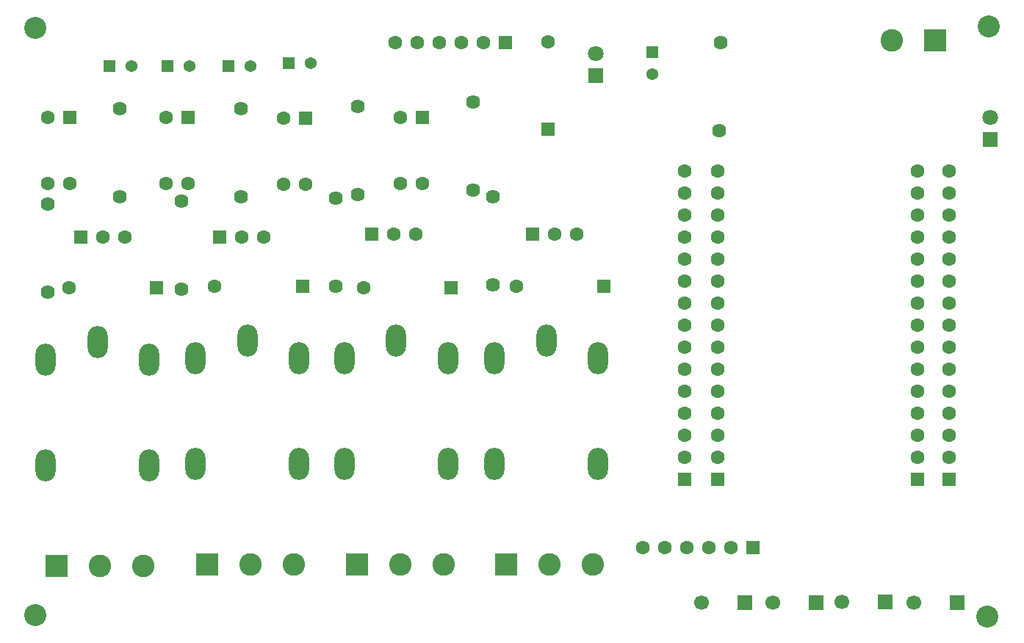
<source format=gbr>
G04 DipTrace 4.0.0.5*
G04 TopMask.gbr*
%MOMM*%
G04 #@! TF.FileFunction,Soldermask,Top*
G04 #@! TF.Part,Single*
%ADD24R,1.7X1.7*%
%ADD25C,1.7*%
%ADD33R,1.6X1.6*%
%ADD34C,1.6*%
%ADD38C,2.54*%
%ADD50C,1.6*%
%ADD52C,1.624*%
%ADD54C,1.624*%
%ADD56O,2.3X3.7*%
%ADD58R,1.37X1.37*%
%ADD60C,1.37*%
%ADD62C,2.6*%
%ADD64R,2.6X2.6*%
%ADD66C,1.8*%
%ADD67R,1.8X1.8*%
%FSLAX35Y35*%
G04*
G71*
G90*
G75*
G01*
G04 TopMask*
%LPD*%
D33*
X-6019623Y-4397377D3*
D34*
X-7029623D3*
D33*
X-4336873Y-4381500D3*
D34*
X-5346873D3*
D33*
X-2622377Y-4397373D3*
D34*
X-3632377D3*
D33*
X-860250Y-4381500D3*
D34*
X-1870250D3*
D33*
X-1508127Y-2568750D3*
D34*
Y-1558750D3*
D67*
X3587750Y-2682873D3*
D66*
Y-2428873D3*
D64*
X2952750Y-1539873D3*
D62*
X2452750D3*
D38*
X-7413627Y-1397000D3*
Y-8175627D3*
X3556000Y-8191500D3*
X3571873Y-1381127D3*
D60*
X-6302377Y-1841503D3*
D58*
X-6556377D3*
D60*
X-5635623D3*
D58*
X-5889623D3*
D60*
X-4937123D3*
D58*
X-5191123D3*
D60*
X-4238623Y-1809753D3*
D58*
X-4492623D3*
D33*
X-2000250Y-1571627D3*
D34*
X-2254250D3*
X-2508250D3*
X-2762250D3*
X-3016250D3*
X-3270250D3*
D33*
X2756190Y-6610067D3*
D34*
Y-6356067D3*
Y-6102067D3*
Y-5848067D3*
Y-5594067D3*
Y-5340067D3*
Y-5086067D3*
Y-4832067D3*
Y-4578067D3*
Y-4324067D3*
Y-4070067D3*
Y-3816067D3*
Y-3562067D3*
Y-3308067D3*
Y-3054067D3*
D33*
X73307Y-6610067D3*
D34*
Y-6356067D3*
Y-6102067D3*
Y-5848067D3*
Y-5594067D3*
Y-5340067D3*
Y-5086067D3*
Y-4832067D3*
Y-4578067D3*
Y-4324067D3*
Y-4070067D3*
Y-3816067D3*
Y-3562067D3*
Y-3308067D3*
Y-3054067D3*
D33*
X454303Y-6610067D3*
D34*
Y-6356067D3*
Y-6102067D3*
Y-5848067D3*
Y-5594067D3*
Y-5340067D3*
Y-5086067D3*
Y-4832067D3*
Y-4578067D3*
Y-4324067D3*
Y-4070067D3*
Y-3816067D3*
Y-3562067D3*
Y-3308067D3*
Y-3054067D3*
D64*
X-7167500Y-7604127D3*
D62*
X-6667500D3*
X-6167500D3*
D64*
X-5437123Y-7588250D3*
D62*
X-4937123D3*
X-4437123D3*
D64*
X-3706750D3*
D62*
X-3206750D3*
X-2706750D3*
D64*
X-1992250D3*
D62*
X-1492250D3*
X-992250D3*
D33*
X857250Y-7397753D3*
D34*
X603250D3*
X349250D3*
X95250D3*
X-158750D3*
X-412750D3*
D33*
X3121303Y-6610067D3*
D34*
Y-6356067D3*
Y-6102067D3*
Y-5848067D3*
Y-5594067D3*
Y-5340067D3*
Y-5086067D3*
Y-4832067D3*
Y-4578067D3*
Y-4324067D3*
Y-4070067D3*
Y-3816067D3*
Y-3562067D3*
Y-3308067D3*
Y-3054067D3*
D56*
X-6699250Y-5019677D3*
X-7296150Y-5222877D3*
X-6102350D3*
Y-6442077D3*
X-7296150D3*
X-4968873Y-5003797D3*
X-5565773Y-5206997D3*
X-4371973D3*
Y-6426197D3*
X-5565773D3*
X-3254373Y-5003797D3*
X-3851273Y-5206997D3*
X-2657473D3*
Y-6426197D3*
X-3851273D3*
X-1524000Y-5003797D3*
X-2120900Y-5206997D3*
X-927100D3*
Y-6426197D3*
X-2120900D3*
D60*
X-301623Y-1936750D3*
D58*
Y-1682750D3*
D54*
X-7270750Y-3429000D3*
D52*
Y-4445000D3*
D54*
X-5730873Y-3397250D3*
D52*
Y-4413250D3*
D54*
X-3952873Y-3365500D3*
D52*
Y-4381500D3*
D54*
X-2143123Y-3349627D3*
D52*
Y-4365627D3*
D54*
X-6445250Y-2333623D3*
D52*
Y-3349623D3*
D54*
X-5048250Y-2333627D3*
D52*
Y-3349627D3*
D54*
X-3698873Y-2301877D3*
D52*
Y-3317877D3*
D54*
X-2365373Y-2254250D3*
D52*
Y-3270250D3*
D54*
X469804Y-2587586D3*
D52*
X482696Y-1571668D3*
D24*
X762000Y-8032750D3*
D25*
X262000D3*
D24*
X1587500D3*
D25*
X1087500D3*
D24*
X2381250Y-8016873D3*
D25*
X1881250D3*
D24*
X3206750Y-8032750D3*
D25*
X2706750D3*
D33*
X-6889750Y-3810000D3*
D34*
X-6635750D3*
X-6381750D3*
D33*
X-5286373D3*
D34*
X-5032373D3*
X-4778373D3*
D33*
X-3540123Y-3778250D3*
D34*
X-3286123D3*
X-3032123D3*
D33*
X-1682750D3*
D34*
X-1428750D3*
X-1174750D3*
D67*
X-952500Y-1952627D3*
D66*
Y-1698627D3*
D33*
X-7016750Y-2428873D3*
D50*
X-7270750D3*
Y-3190873D3*
X-7016750D3*
D33*
X-5651500Y-2428873D3*
D50*
X-5905500D3*
Y-3190873D3*
X-5651500D3*
D33*
X-4302127Y-2444750D3*
D50*
X-4556127D3*
Y-3206750D3*
X-4302127D3*
D33*
X-2952750Y-2428877D3*
D50*
X-3206750D3*
Y-3190877D3*
X-2952750D3*
M02*

</source>
